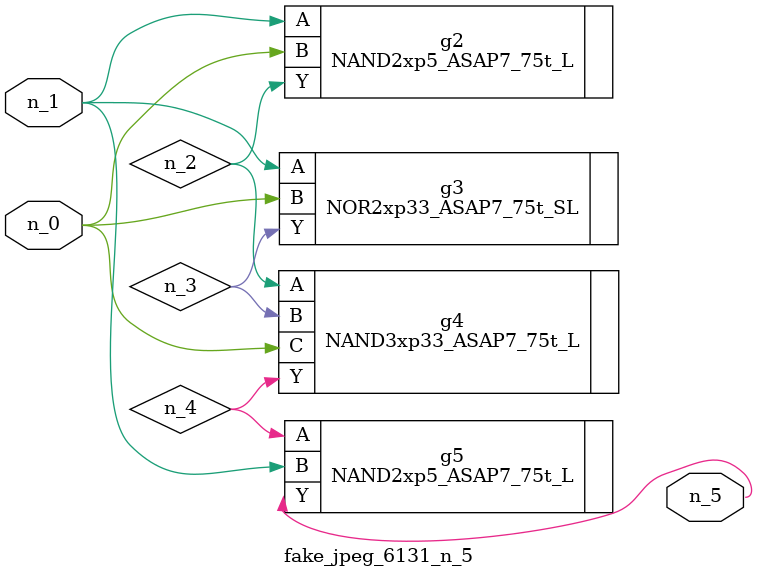
<source format=v>
module fake_jpeg_6131_n_5 (n_0, n_1, n_5);

input n_0;
input n_1;

output n_5;

wire n_3;
wire n_2;
wire n_4;

NAND2xp5_ASAP7_75t_L g2 ( 
.A(n_1),
.B(n_0),
.Y(n_2)
);

NOR2xp33_ASAP7_75t_SL g3 ( 
.A(n_1),
.B(n_0),
.Y(n_3)
);

NAND3xp33_ASAP7_75t_L g4 ( 
.A(n_2),
.B(n_3),
.C(n_0),
.Y(n_4)
);

NAND2xp5_ASAP7_75t_L g5 ( 
.A(n_4),
.B(n_1),
.Y(n_5)
);


endmodule
</source>
